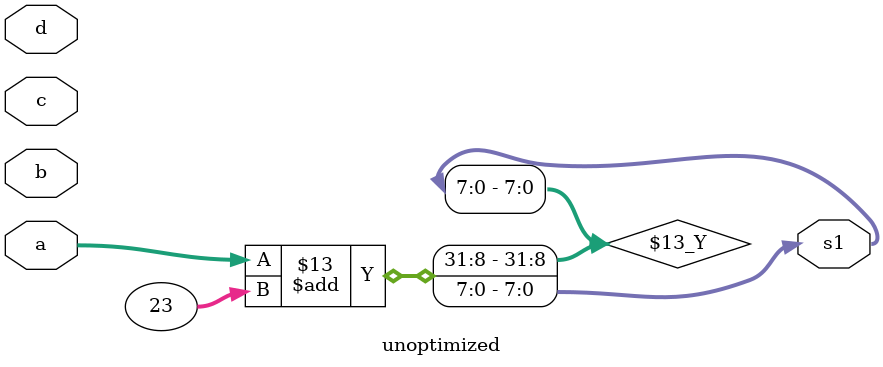
<source format=v>
module unoptimized
#(  parameter       BW = 8)
(
    input [BW-1:0] a,
    input [BW-1:0] b,
    input [BW-1:0] c,
    input [BW-1:0] d,
    output [BW-1:0] s1
);
    assign s2 = a * b;
    assign s3 = a % b +d;
    assign s4 = c + d + b * a;
    assign s5 = a - b;
    assign s6 = (b + 1) * a + d + c -b;
    assign s1 = a + 23;
endmodule

</source>
